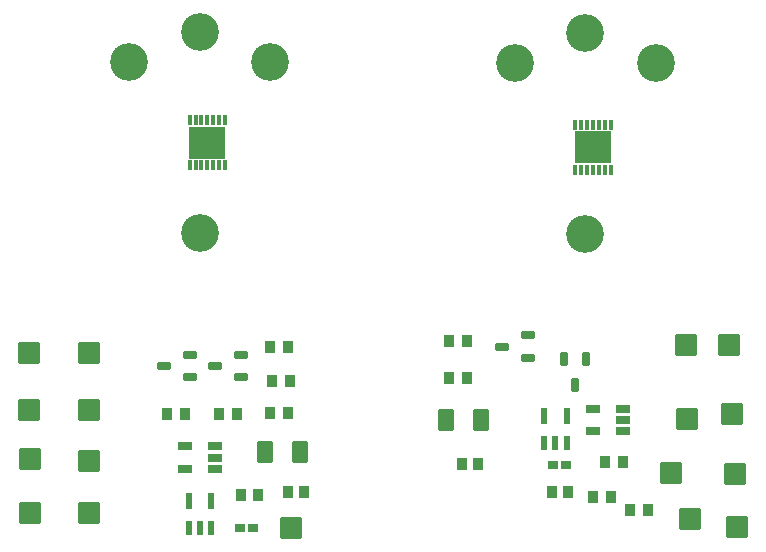
<source format=gts>
G04 Layer: TopSolderMaskLayer*
G04 EasyEDA v6.5.29, 2023-07-14 00:53:27*
G04 c58a546ca1a14cb0a5025686437682f6,398929e9e95146ce9e037ed163e1f376,10*
G04 Gerber Generator version 0.2*
G04 Scale: 100 percent, Rotated: No, Reflected: No *
G04 Dimensions in millimeters *
G04 leading zeros omitted , absolute positions ,4 integer and 5 decimal *
%FSLAX45Y45*%
%MOMM*%

%AMMACRO1*1,1,$1,$2,$3*1,1,$1,$4,$5*1,1,$1,0-$2,0-$3*1,1,$1,0-$4,0-$5*20,1,$1,$2,$3,$4,$5,0*20,1,$1,$4,$5,0-$2,0-$3,0*20,1,$1,0-$2,0-$3,0-$4,0-$5,0*20,1,$1,0-$4,0-$5,$2,$3,0*4,1,4,$2,$3,$4,$5,0-$2,0-$3,0-$4,0-$5,$2,$3,0*%
%ADD10MACRO1,0.1016X-0.395X-0.27X-0.395X0.27*%
%ADD11MACRO1,0.1016X0.395X-0.27X0.395X0.27*%
%ADD12MACRO1,0.1016X-0.4X0.45X0.4X0.45*%
%ADD13MACRO1,0.1016X-0.85X0.85X0.85X0.85*%
%ADD14MACRO1,0.1016X0.5188X-0.266X0.5188X0.266*%
%ADD15MACRO1,0.1016X0.266X0.5188X-0.266X0.5188*%
%ADD16MACRO1,0.1016X-0.4032X-0.432X-0.4032X0.432*%
%ADD17MACRO1,0.1016X0.4032X-0.432X0.4032X0.432*%
%ADD18MACRO1,0.1016X-0.6038X-0.8505X-0.6038X0.8505*%
%ADD19MACRO1,0.1016X0.6038X-0.8505X0.6038X0.8505*%
%ADD20MACRO1,0.1016X-0.14X-0.3325X-0.14X0.3325*%
%ADD21MACRO1,0.1016X-0.14X0.3325X-0.14X-0.3325*%
%ADD22MACRO1,0.1016X-1.5X-1.3X-1.5X1.3*%
%ADD23C,3.2032*%
%ADD24MACRO1,0.1016X-0.5X0.3X0.5X0.3*%
%ADD25MACRO1,0.1016X-0.245X0.5785X0.245X0.5785*%
%ADD26MACRO1,0.1016X-0.245X0.5875X0.245X0.5875*%

%LPD*%
D10*
G01*
X2405280Y-5320413D03*
D11*
G01*
X2296269Y-5320413D03*
D10*
G01*
X5059580Y-4787013D03*
D11*
G01*
X4950569Y-4787013D03*
D12*
G01*
X2446174Y-5041013D03*
G01*
X2306175Y-5041013D03*
G01*
X2839874Y-5015613D03*
G01*
X2699875Y-5015613D03*
G01*
X5075074Y-5015613D03*
G01*
X4935075Y-5015613D03*
G01*
X4313074Y-4774313D03*
G01*
X4173075Y-4774313D03*
D13*
G01*
X509275Y-3834513D03*
G01*
X6465575Y-4355213D03*
G01*
X509275Y-4317113D03*
G01*
X6490975Y-4863213D03*
G01*
X521975Y-4736213D03*
G01*
X6503675Y-5307713D03*
G01*
X521975Y-5193413D03*
G01*
X1017275Y-5193413D03*
G01*
X6071875Y-3771013D03*
G01*
X6440175Y-3771013D03*
G01*
X2731775Y-5320413D03*
G01*
X1017275Y-3834513D03*
G01*
X6084575Y-4393313D03*
G01*
X1017275Y-4317113D03*
G01*
X5943600Y-4851400D03*
G01*
X1017275Y-4748913D03*
G01*
X6109975Y-5244213D03*
D14*
G01*
X1876700Y-4043813D03*
G01*
X1876700Y-3853813D03*
G01*
X1656449Y-3948813D03*
G01*
X2308500Y-4043813D03*
G01*
X2308500Y-3853813D03*
G01*
X2088249Y-3948813D03*
D15*
G01*
X5227074Y-3889488D03*
G01*
X5037075Y-3889488D03*
G01*
X5132075Y-4109739D03*
D14*
G01*
X4734200Y-3878713D03*
G01*
X4734200Y-3688713D03*
G01*
X4513949Y-3783713D03*
D16*
G01*
X2273700Y-4355213D03*
D17*
G01*
X2123050Y-4355213D03*
D16*
G01*
X2705500Y-3783713D03*
D17*
G01*
X2554850Y-3783713D03*
D16*
G01*
X1829200Y-4355213D03*
D17*
G01*
X1678550Y-4355213D03*
D16*
G01*
X2718200Y-4075813D03*
D17*
G01*
X2567550Y-4075813D03*
D16*
G01*
X2705500Y-4342513D03*
D17*
G01*
X2554850Y-4342513D03*
D16*
G01*
X5537600Y-4761613D03*
D17*
G01*
X5386950Y-4761613D03*
D16*
G01*
X5753500Y-5168013D03*
D17*
G01*
X5602850Y-5168013D03*
D16*
G01*
X5436000Y-5053713D03*
D17*
G01*
X5285350Y-5053713D03*
D16*
G01*
X4216800Y-4050413D03*
D17*
G01*
X4066150Y-4050413D03*
D16*
G01*
X4216800Y-3732913D03*
D17*
G01*
X4066150Y-3732913D03*
D18*
G01*
X2803451Y-4672713D03*
D19*
G01*
X2507698Y-4672713D03*
D18*
G01*
X4340151Y-4406013D03*
D19*
G01*
X4044398Y-4406013D03*
D20*
G01*
X1870562Y-2247263D03*
G01*
X1920562Y-2247263D03*
G01*
X1970562Y-2247263D03*
G01*
X2020562Y-2247263D03*
G01*
X2070562Y-2247263D03*
G01*
X2120562Y-2247263D03*
G01*
X2170562Y-2247263D03*
D21*
G01*
X1870562Y-1865763D03*
G01*
X1920562Y-1865763D03*
G01*
X1970562Y-1865763D03*
G01*
X2020562Y-1865763D03*
G01*
X2070562Y-1865763D03*
G01*
X2120562Y-1865763D03*
G01*
X2170562Y-1865763D03*
D22*
G01*
X2020562Y-2056513D03*
D20*
G01*
X5134462Y-2285363D03*
G01*
X5184462Y-2285363D03*
G01*
X5234462Y-2285363D03*
G01*
X5284462Y-2285363D03*
G01*
X5334462Y-2285363D03*
G01*
X5384462Y-2285363D03*
G01*
X5434462Y-2285363D03*
D21*
G01*
X5134462Y-1903863D03*
G01*
X5184462Y-1903863D03*
G01*
X5234462Y-1903863D03*
G01*
X5284462Y-1903863D03*
G01*
X5334462Y-1903863D03*
G01*
X5384462Y-1903863D03*
G01*
X5434462Y-1903863D03*
D22*
G01*
X5284462Y-2094613D03*
D23*
G01*
X1957070Y-2818511D03*
G01*
X1360170Y-1370711D03*
G01*
X1957070Y-1117600D03*
G01*
X2553970Y-1370711D03*
G01*
X5220970Y-2831211D03*
G01*
X4624070Y-1383411D03*
G01*
X5220970Y-1130300D03*
G01*
X5817870Y-1383411D03*
D24*
G01*
X1827065Y-4818509D03*
G01*
X1827065Y-4628517D03*
G01*
X2087084Y-4628517D03*
G01*
X2087084Y-4723513D03*
G01*
X2087084Y-4818509D03*
G01*
X5281465Y-4501009D03*
G01*
X5281465Y-4311017D03*
G01*
X5541484Y-4311017D03*
G01*
X5541484Y-4406013D03*
G01*
X5541484Y-4501009D03*
D25*
G01*
X1862079Y-5321480D03*
G01*
X1957075Y-5321480D03*
G01*
X2052071Y-5321480D03*
D26*
G01*
X2052071Y-5090746D03*
G01*
X1862079Y-5090746D03*
D25*
G01*
X4871979Y-4597580D03*
G01*
X4966975Y-4597580D03*
G01*
X5061971Y-4597580D03*
D26*
G01*
X5061971Y-4366846D03*
G01*
X4871979Y-4366846D03*
M02*

</source>
